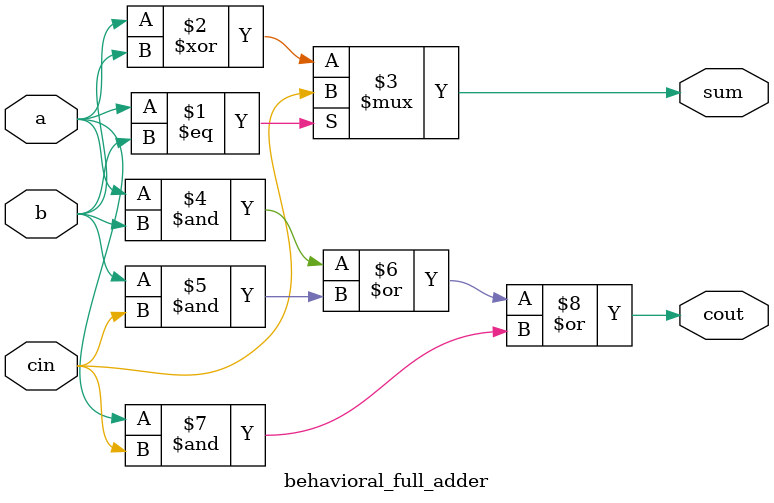
<source format=v>
module behavioral_full_adder (
  input a,
  input b,
  input cin,
  output sum,
  output cout
);

  assign sum = (a == b) ? cin : (a ^ b);
  assign cout = (a & b) | (b & cin) | (a & cin);

endmodule

</source>
